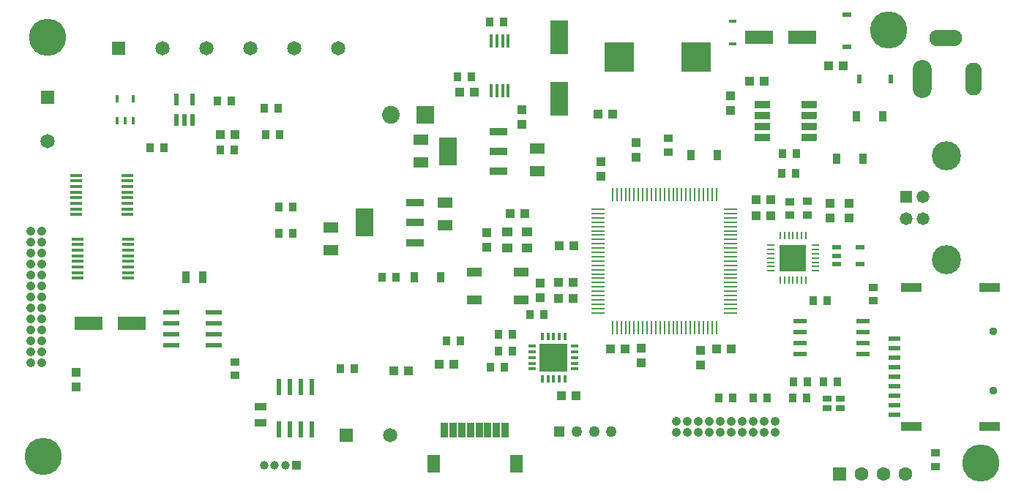
<source format=gbr>
%TF.GenerationSoftware,KiCad,Pcbnew,7.0.1*%
%TF.CreationDate,2023-04-04T11:19:36-07:00*%
%TF.ProjectId,Engine-Controller,456e6769-6e65-42d4-936f-6e74726f6c6c,1.0*%
%TF.SameCoordinates,Original*%
%TF.FileFunction,Soldermask,Top*%
%TF.FilePolarity,Negative*%
%FSLAX46Y46*%
G04 Gerber Fmt 4.6, Leading zero omitted, Abs format (unit mm)*
G04 Created by KiCad (PCBNEW 7.0.1) date 2023-04-04 11:19:36*
%MOMM*%
%LPD*%
G01*
G04 APERTURE LIST*
G04 Aperture macros list*
%AMRoundRect*
0 Rectangle with rounded corners*
0 $1 Rounding radius*
0 $2 $3 $4 $5 $6 $7 $8 $9 X,Y pos of 4 corners*
0 Add a 4 corners polygon primitive as box body*
4,1,4,$2,$3,$4,$5,$6,$7,$8,$9,$2,$3,0*
0 Add four circle primitives for the rounded corners*
1,1,$1+$1,$2,$3*
1,1,$1+$1,$4,$5*
1,1,$1+$1,$6,$7*
1,1,$1+$1,$8,$9*
0 Add four rect primitives between the rounded corners*
20,1,$1+$1,$2,$3,$4,$5,0*
20,1,$1+$1,$4,$5,$6,$7,0*
20,1,$1+$1,$6,$7,$8,$9,0*
20,1,$1+$1,$8,$9,$2,$3,0*%
G04 Aperture macros list end*
%ADD10C,0.010000*%
%ADD11R,0.558800X1.981200*%
%ADD12R,1.650000X1.650000*%
%ADD13C,1.650000*%
%ADD14R,0.940000X1.020000*%
%ADD15R,0.920000X1.380000*%
%ADD16R,1.100000X1.000000*%
%ADD17R,1.778000X1.270000*%
%ADD18R,1.000000X1.100000*%
%ADD19R,1.700000X0.990600*%
%ADD20O,2.200000X4.400000*%
%ADD21O,1.900000X3.800000*%
%ADD22O,3.800000X1.900000*%
%ADD23R,0.838200X0.457200*%
%ADD24R,1.041400X0.584200*%
%ADD25R,0.584200X1.041400*%
%ADD26R,0.410000X1.570000*%
%ADD27R,3.200000X1.600000*%
%ADD28R,2.000000X4.000000*%
%ADD29R,0.965200X1.295400*%
%ADD30R,1.020000X0.940000*%
%ADD31R,3.500000X3.500000*%
%ADD32R,2.150000X0.950000*%
%ADD33R,2.150000X3.250000*%
%ADD34R,1.560000X0.280000*%
%ADD35R,0.280000X1.560000*%
%ADD36C,4.300000*%
%ADD37R,1.478000X1.478000*%
%ADD38C,1.478000*%
%ADD39C,3.366000*%
%ADD40C,1.066800*%
%ADD41C,0.950000*%
%ADD42R,1.400000X0.620000*%
%ADD43R,2.400000X1.100000*%
%ADD44R,1.981200X0.558800*%
%ADD45R,0.406400X0.952500*%
%ADD46R,1.384300X0.355600*%
%ADD47R,1.524000X0.558800*%
%ADD48R,1.380000X0.920000*%
%ADD49R,0.979300X0.558800*%
%ADD50R,2.050000X2.050000*%
%ADD51C,2.050000*%
%ADD52R,1.000000X0.800000*%
%ADD53R,1.008000X1.008000*%
%ADD54C,1.008000*%
%ADD55R,1.300000X1.100000*%
%ADD56RoundRect,0.012800X-0.392200X-0.147200X0.392200X-0.147200X0.392200X0.147200X-0.392200X0.147200X0*%
%ADD57RoundRect,0.012800X0.147200X-0.392200X0.147200X0.392200X-0.147200X0.392200X-0.147200X-0.392200X0*%
%ADD58R,3.250000X3.250000*%
%ADD59C,0.500000*%
%ADD60R,1.258000X1.258000*%
%ADD61C,1.258000*%
%ADD62R,0.900000X0.254000*%
%ADD63R,0.254000X0.900000*%
%ADD64R,3.100000X3.100000*%
%ADD65R,1.605000X1.605000*%
%ADD66C,1.605000*%
%ADD67R,0.558800X1.320800*%
G04 APERTURE END LIST*
%TO.C,U2*%
D10*
X174703817Y-109637469D02*
X174706426Y-109637674D01*
X174709022Y-109638016D01*
X174711596Y-109638493D01*
X174714141Y-109639104D01*
X174716651Y-109639847D01*
X174719118Y-109640721D01*
X174721537Y-109641723D01*
X174723900Y-109642850D01*
X174726200Y-109644099D01*
X174728432Y-109645466D01*
X174730589Y-109646949D01*
X174732666Y-109648543D01*
X174734657Y-109650243D01*
X174736555Y-109652045D01*
X174738357Y-109653943D01*
X174740057Y-109655934D01*
X174741651Y-109658011D01*
X174743134Y-109660168D01*
X174744501Y-109662400D01*
X174745750Y-109664700D01*
X174746877Y-109667063D01*
X174747879Y-109669482D01*
X174748753Y-109671949D01*
X174749496Y-109674459D01*
X174750107Y-109677004D01*
X174750584Y-109679578D01*
X174750926Y-109682174D01*
X174751131Y-109684783D01*
X174751200Y-109687400D01*
X174751200Y-110327400D01*
X174751131Y-110330017D01*
X174750926Y-110332626D01*
X174750584Y-110335222D01*
X174750107Y-110337796D01*
X174749496Y-110340341D01*
X174748753Y-110342851D01*
X174747879Y-110345318D01*
X174746877Y-110347737D01*
X174745750Y-110350100D01*
X174744501Y-110352400D01*
X174743134Y-110354632D01*
X174741651Y-110356789D01*
X174740057Y-110358866D01*
X174738357Y-110360857D01*
X174736555Y-110362755D01*
X174734657Y-110364557D01*
X174732666Y-110366257D01*
X174730589Y-110367851D01*
X174728432Y-110369334D01*
X174726200Y-110370701D01*
X174723900Y-110371950D01*
X174721537Y-110373077D01*
X174719118Y-110374079D01*
X174716651Y-110374953D01*
X174714141Y-110375696D01*
X174711596Y-110376307D01*
X174709022Y-110376784D01*
X174706426Y-110377126D01*
X174703817Y-110377331D01*
X174701200Y-110377400D01*
X173111200Y-110377400D01*
X173108583Y-110377331D01*
X173105974Y-110377126D01*
X173103378Y-110376784D01*
X173100804Y-110376307D01*
X173098259Y-110375696D01*
X173095749Y-110374953D01*
X173093282Y-110374079D01*
X173090863Y-110373077D01*
X173088500Y-110371950D01*
X173086200Y-110370701D01*
X173083968Y-110369334D01*
X173081811Y-110367851D01*
X173079734Y-110366257D01*
X173077743Y-110364557D01*
X173075845Y-110362755D01*
X173074043Y-110360857D01*
X173072343Y-110358866D01*
X173070749Y-110356789D01*
X173069266Y-110354632D01*
X173067899Y-110352400D01*
X173066650Y-110350100D01*
X173065523Y-110347737D01*
X173064521Y-110345318D01*
X173063647Y-110342851D01*
X173062904Y-110340341D01*
X173062293Y-110337796D01*
X173061816Y-110335222D01*
X173061474Y-110332626D01*
X173061269Y-110330017D01*
X173061200Y-110327400D01*
X173061200Y-109687400D01*
X173061269Y-109684783D01*
X173061474Y-109682174D01*
X173061816Y-109679578D01*
X173062293Y-109677004D01*
X173062904Y-109674459D01*
X173063647Y-109671949D01*
X173064521Y-109669482D01*
X173065523Y-109667063D01*
X173066650Y-109664700D01*
X173067899Y-109662400D01*
X173069266Y-109660168D01*
X173070749Y-109658011D01*
X173072343Y-109655934D01*
X173074043Y-109653943D01*
X173075845Y-109652045D01*
X173077743Y-109650243D01*
X173079734Y-109648543D01*
X173081811Y-109646949D01*
X173083968Y-109645466D01*
X173086200Y-109644099D01*
X173088500Y-109642850D01*
X173090863Y-109641723D01*
X173093282Y-109640721D01*
X173095749Y-109639847D01*
X173098259Y-109639104D01*
X173100804Y-109638493D01*
X173103378Y-109638016D01*
X173105974Y-109637674D01*
X173108583Y-109637469D01*
X173111200Y-109637400D01*
X174701200Y-109637400D01*
X174703817Y-109637469D01*
G36*
X174703817Y-109637469D02*
G01*
X174706426Y-109637674D01*
X174709022Y-109638016D01*
X174711596Y-109638493D01*
X174714141Y-109639104D01*
X174716651Y-109639847D01*
X174719118Y-109640721D01*
X174721537Y-109641723D01*
X174723900Y-109642850D01*
X174726200Y-109644099D01*
X174728432Y-109645466D01*
X174730589Y-109646949D01*
X174732666Y-109648543D01*
X174734657Y-109650243D01*
X174736555Y-109652045D01*
X174738357Y-109653943D01*
X174740057Y-109655934D01*
X174741651Y-109658011D01*
X174743134Y-109660168D01*
X174744501Y-109662400D01*
X174745750Y-109664700D01*
X174746877Y-109667063D01*
X174747879Y-109669482D01*
X174748753Y-109671949D01*
X174749496Y-109674459D01*
X174750107Y-109677004D01*
X174750584Y-109679578D01*
X174750926Y-109682174D01*
X174751131Y-109684783D01*
X174751200Y-109687400D01*
X174751200Y-110327400D01*
X174751131Y-110330017D01*
X174750926Y-110332626D01*
X174750584Y-110335222D01*
X174750107Y-110337796D01*
X174749496Y-110340341D01*
X174748753Y-110342851D01*
X174747879Y-110345318D01*
X174746877Y-110347737D01*
X174745750Y-110350100D01*
X174744501Y-110352400D01*
X174743134Y-110354632D01*
X174741651Y-110356789D01*
X174740057Y-110358866D01*
X174738357Y-110360857D01*
X174736555Y-110362755D01*
X174734657Y-110364557D01*
X174732666Y-110366257D01*
X174730589Y-110367851D01*
X174728432Y-110369334D01*
X174726200Y-110370701D01*
X174723900Y-110371950D01*
X174721537Y-110373077D01*
X174719118Y-110374079D01*
X174716651Y-110374953D01*
X174714141Y-110375696D01*
X174711596Y-110376307D01*
X174709022Y-110376784D01*
X174706426Y-110377126D01*
X174703817Y-110377331D01*
X174701200Y-110377400D01*
X173111200Y-110377400D01*
X173108583Y-110377331D01*
X173105974Y-110377126D01*
X173103378Y-110376784D01*
X173100804Y-110376307D01*
X173098259Y-110375696D01*
X173095749Y-110374953D01*
X173093282Y-110374079D01*
X173090863Y-110373077D01*
X173088500Y-110371950D01*
X173086200Y-110370701D01*
X173083968Y-110369334D01*
X173081811Y-110367851D01*
X173079734Y-110366257D01*
X173077743Y-110364557D01*
X173075845Y-110362755D01*
X173074043Y-110360857D01*
X173072343Y-110358866D01*
X173070749Y-110356789D01*
X173069266Y-110354632D01*
X173067899Y-110352400D01*
X173066650Y-110350100D01*
X173065523Y-110347737D01*
X173064521Y-110345318D01*
X173063647Y-110342851D01*
X173062904Y-110340341D01*
X173062293Y-110337796D01*
X173061816Y-110335222D01*
X173061474Y-110332626D01*
X173061269Y-110330017D01*
X173061200Y-110327400D01*
X173061200Y-109687400D01*
X173061269Y-109684783D01*
X173061474Y-109682174D01*
X173061816Y-109679578D01*
X173062293Y-109677004D01*
X173062904Y-109674459D01*
X173063647Y-109671949D01*
X173064521Y-109669482D01*
X173065523Y-109667063D01*
X173066650Y-109664700D01*
X173067899Y-109662400D01*
X173069266Y-109660168D01*
X173070749Y-109658011D01*
X173072343Y-109655934D01*
X173074043Y-109653943D01*
X173075845Y-109652045D01*
X173077743Y-109650243D01*
X173079734Y-109648543D01*
X173081811Y-109646949D01*
X173083968Y-109645466D01*
X173086200Y-109644099D01*
X173088500Y-109642850D01*
X173090863Y-109641723D01*
X173093282Y-109640721D01*
X173095749Y-109639847D01*
X173098259Y-109639104D01*
X173100804Y-109638493D01*
X173103378Y-109638016D01*
X173105974Y-109637674D01*
X173108583Y-109637469D01*
X173111200Y-109637400D01*
X174701200Y-109637400D01*
X174703817Y-109637469D01*
G37*
X174703817Y-110907469D02*
X174706426Y-110907674D01*
X174709022Y-110908016D01*
X174711596Y-110908493D01*
X174714141Y-110909104D01*
X174716651Y-110909847D01*
X174719118Y-110910721D01*
X174721537Y-110911723D01*
X174723900Y-110912850D01*
X174726200Y-110914099D01*
X174728432Y-110915466D01*
X174730589Y-110916949D01*
X174732666Y-110918543D01*
X174734657Y-110920243D01*
X174736555Y-110922045D01*
X174738357Y-110923943D01*
X174740057Y-110925934D01*
X174741651Y-110928011D01*
X174743134Y-110930168D01*
X174744501Y-110932400D01*
X174745750Y-110934700D01*
X174746877Y-110937063D01*
X174747879Y-110939482D01*
X174748753Y-110941949D01*
X174749496Y-110944459D01*
X174750107Y-110947004D01*
X174750584Y-110949578D01*
X174750926Y-110952174D01*
X174751131Y-110954783D01*
X174751200Y-110957400D01*
X174751200Y-111597400D01*
X174751131Y-111600017D01*
X174750926Y-111602626D01*
X174750584Y-111605222D01*
X174750107Y-111607796D01*
X174749496Y-111610341D01*
X174748753Y-111612851D01*
X174747879Y-111615318D01*
X174746877Y-111617737D01*
X174745750Y-111620100D01*
X174744501Y-111622400D01*
X174743134Y-111624632D01*
X174741651Y-111626789D01*
X174740057Y-111628866D01*
X174738357Y-111630857D01*
X174736555Y-111632755D01*
X174734657Y-111634557D01*
X174732666Y-111636257D01*
X174730589Y-111637851D01*
X174728432Y-111639334D01*
X174726200Y-111640701D01*
X174723900Y-111641950D01*
X174721537Y-111643077D01*
X174719118Y-111644079D01*
X174716651Y-111644953D01*
X174714141Y-111645696D01*
X174711596Y-111646307D01*
X174709022Y-111646784D01*
X174706426Y-111647126D01*
X174703817Y-111647331D01*
X174701200Y-111647400D01*
X173111200Y-111647400D01*
X173108583Y-111647331D01*
X173105974Y-111647126D01*
X173103378Y-111646784D01*
X173100804Y-111646307D01*
X173098259Y-111645696D01*
X173095749Y-111644953D01*
X173093282Y-111644079D01*
X173090863Y-111643077D01*
X173088500Y-111641950D01*
X173086200Y-111640701D01*
X173083968Y-111639334D01*
X173081811Y-111637851D01*
X173079734Y-111636257D01*
X173077743Y-111634557D01*
X173075845Y-111632755D01*
X173074043Y-111630857D01*
X173072343Y-111628866D01*
X173070749Y-111626789D01*
X173069266Y-111624632D01*
X173067899Y-111622400D01*
X173066650Y-111620100D01*
X173065523Y-111617737D01*
X173064521Y-111615318D01*
X173063647Y-111612851D01*
X173062904Y-111610341D01*
X173062293Y-111607796D01*
X173061816Y-111605222D01*
X173061474Y-111602626D01*
X173061269Y-111600017D01*
X173061200Y-111597400D01*
X173061200Y-110957400D01*
X173061269Y-110954783D01*
X173061474Y-110952174D01*
X173061816Y-110949578D01*
X173062293Y-110947004D01*
X173062904Y-110944459D01*
X173063647Y-110941949D01*
X173064521Y-110939482D01*
X173065523Y-110937063D01*
X173066650Y-110934700D01*
X173067899Y-110932400D01*
X173069266Y-110930168D01*
X173070749Y-110928011D01*
X173072343Y-110925934D01*
X173074043Y-110923943D01*
X173075845Y-110922045D01*
X173077743Y-110920243D01*
X173079734Y-110918543D01*
X173081811Y-110916949D01*
X173083968Y-110915466D01*
X173086200Y-110914099D01*
X173088500Y-110912850D01*
X173090863Y-110911723D01*
X173093282Y-110910721D01*
X173095749Y-110909847D01*
X173098259Y-110909104D01*
X173100804Y-110908493D01*
X173103378Y-110908016D01*
X173105974Y-110907674D01*
X173108583Y-110907469D01*
X173111200Y-110907400D01*
X174701200Y-110907400D01*
X174703817Y-110907469D01*
G36*
X174703817Y-110907469D02*
G01*
X174706426Y-110907674D01*
X174709022Y-110908016D01*
X174711596Y-110908493D01*
X174714141Y-110909104D01*
X174716651Y-110909847D01*
X174719118Y-110910721D01*
X174721537Y-110911723D01*
X174723900Y-110912850D01*
X174726200Y-110914099D01*
X174728432Y-110915466D01*
X174730589Y-110916949D01*
X174732666Y-110918543D01*
X174734657Y-110920243D01*
X174736555Y-110922045D01*
X174738357Y-110923943D01*
X174740057Y-110925934D01*
X174741651Y-110928011D01*
X174743134Y-110930168D01*
X174744501Y-110932400D01*
X174745750Y-110934700D01*
X174746877Y-110937063D01*
X174747879Y-110939482D01*
X174748753Y-110941949D01*
X174749496Y-110944459D01*
X174750107Y-110947004D01*
X174750584Y-110949578D01*
X174750926Y-110952174D01*
X174751131Y-110954783D01*
X174751200Y-110957400D01*
X174751200Y-111597400D01*
X174751131Y-111600017D01*
X174750926Y-111602626D01*
X174750584Y-111605222D01*
X174750107Y-111607796D01*
X174749496Y-111610341D01*
X174748753Y-111612851D01*
X174747879Y-111615318D01*
X174746877Y-111617737D01*
X174745750Y-111620100D01*
X174744501Y-111622400D01*
X174743134Y-111624632D01*
X174741651Y-111626789D01*
X174740057Y-111628866D01*
X174738357Y-111630857D01*
X174736555Y-111632755D01*
X174734657Y-111634557D01*
X174732666Y-111636257D01*
X174730589Y-111637851D01*
X174728432Y-111639334D01*
X174726200Y-111640701D01*
X174723900Y-111641950D01*
X174721537Y-111643077D01*
X174719118Y-111644079D01*
X174716651Y-111644953D01*
X174714141Y-111645696D01*
X174711596Y-111646307D01*
X174709022Y-111646784D01*
X174706426Y-111647126D01*
X174703817Y-111647331D01*
X174701200Y-111647400D01*
X173111200Y-111647400D01*
X173108583Y-111647331D01*
X173105974Y-111647126D01*
X173103378Y-111646784D01*
X173100804Y-111646307D01*
X173098259Y-111645696D01*
X173095749Y-111644953D01*
X173093282Y-111644079D01*
X173090863Y-111643077D01*
X173088500Y-111641950D01*
X173086200Y-111640701D01*
X173083968Y-111639334D01*
X173081811Y-111637851D01*
X173079734Y-111636257D01*
X173077743Y-111634557D01*
X173075845Y-111632755D01*
X173074043Y-111630857D01*
X173072343Y-111628866D01*
X173070749Y-111626789D01*
X173069266Y-111624632D01*
X173067899Y-111622400D01*
X173066650Y-111620100D01*
X173065523Y-111617737D01*
X173064521Y-111615318D01*
X173063647Y-111612851D01*
X173062904Y-111610341D01*
X173062293Y-111607796D01*
X173061816Y-111605222D01*
X173061474Y-111602626D01*
X173061269Y-111600017D01*
X173061200Y-111597400D01*
X173061200Y-110957400D01*
X173061269Y-110954783D01*
X173061474Y-110952174D01*
X173061816Y-110949578D01*
X173062293Y-110947004D01*
X173062904Y-110944459D01*
X173063647Y-110941949D01*
X173064521Y-110939482D01*
X173065523Y-110937063D01*
X173066650Y-110934700D01*
X173067899Y-110932400D01*
X173069266Y-110930168D01*
X173070749Y-110928011D01*
X173072343Y-110925934D01*
X173074043Y-110923943D01*
X173075845Y-110922045D01*
X173077743Y-110920243D01*
X173079734Y-110918543D01*
X173081811Y-110916949D01*
X173083968Y-110915466D01*
X173086200Y-110914099D01*
X173088500Y-110912850D01*
X173090863Y-110911723D01*
X173093282Y-110910721D01*
X173095749Y-110909847D01*
X173098259Y-110909104D01*
X173100804Y-110908493D01*
X173103378Y-110908016D01*
X173105974Y-110907674D01*
X173108583Y-110907469D01*
X173111200Y-110907400D01*
X174701200Y-110907400D01*
X174703817Y-110907469D01*
G37*
X180103817Y-110907469D02*
X180106426Y-110907674D01*
X180109022Y-110908016D01*
X180111596Y-110908493D01*
X180114141Y-110909104D01*
X180116651Y-110909847D01*
X180119118Y-110910721D01*
X180121537Y-110911723D01*
X180123900Y-110912850D01*
X180126200Y-110914099D01*
X180128432Y-110915466D01*
X180130589Y-110916949D01*
X180132666Y-110918543D01*
X180134657Y-110920243D01*
X180136555Y-110922045D01*
X180138357Y-110923943D01*
X180140057Y-110925934D01*
X180141651Y-110928011D01*
X180143134Y-110930168D01*
X180144501Y-110932400D01*
X180145750Y-110934700D01*
X180146877Y-110937063D01*
X180147879Y-110939482D01*
X180148753Y-110941949D01*
X180149496Y-110944459D01*
X180150107Y-110947004D01*
X180150584Y-110949578D01*
X180150926Y-110952174D01*
X180151131Y-110954783D01*
X180151200Y-110957400D01*
X180151200Y-111597400D01*
X180151131Y-111600017D01*
X180150926Y-111602626D01*
X180150584Y-111605222D01*
X180150107Y-111607796D01*
X180149496Y-111610341D01*
X180148753Y-111612851D01*
X180147879Y-111615318D01*
X180146877Y-111617737D01*
X180145750Y-111620100D01*
X180144501Y-111622400D01*
X180143134Y-111624632D01*
X180141651Y-111626789D01*
X180140057Y-111628866D01*
X180138357Y-111630857D01*
X180136555Y-111632755D01*
X180134657Y-111634557D01*
X180132666Y-111636257D01*
X180130589Y-111637851D01*
X180128432Y-111639334D01*
X180126200Y-111640701D01*
X180123900Y-111641950D01*
X180121537Y-111643077D01*
X180119118Y-111644079D01*
X180116651Y-111644953D01*
X180114141Y-111645696D01*
X180111596Y-111646307D01*
X180109022Y-111646784D01*
X180106426Y-111647126D01*
X180103817Y-111647331D01*
X180101200Y-111647400D01*
X178511200Y-111647400D01*
X178508583Y-111647331D01*
X178505974Y-111647126D01*
X178503378Y-111646784D01*
X178500804Y-111646307D01*
X178498259Y-111645696D01*
X178495749Y-111644953D01*
X178493282Y-111644079D01*
X178490863Y-111643077D01*
X178488500Y-111641950D01*
X178486200Y-111640701D01*
X178483968Y-111639334D01*
X178481811Y-111637851D01*
X178479734Y-111636257D01*
X178477743Y-111634557D01*
X178475845Y-111632755D01*
X178474043Y-111630857D01*
X178472343Y-111628866D01*
X178470749Y-111626789D01*
X178469266Y-111624632D01*
X178467899Y-111622400D01*
X178466650Y-111620100D01*
X178465523Y-111617737D01*
X178464521Y-111615318D01*
X178463647Y-111612851D01*
X178462904Y-111610341D01*
X178462293Y-111607796D01*
X178461816Y-111605222D01*
X178461474Y-111602626D01*
X178461269Y-111600017D01*
X178461200Y-111597400D01*
X178461200Y-110957400D01*
X178461269Y-110954783D01*
X178461474Y-110952174D01*
X178461816Y-110949578D01*
X178462293Y-110947004D01*
X178462904Y-110944459D01*
X178463647Y-110941949D01*
X178464521Y-110939482D01*
X178465523Y-110937063D01*
X178466650Y-110934700D01*
X178467899Y-110932400D01*
X178469266Y-110930168D01*
X178470749Y-110928011D01*
X178472343Y-110925934D01*
X178474043Y-110923943D01*
X178475845Y-110922045D01*
X178477743Y-110920243D01*
X178479734Y-110918543D01*
X178481811Y-110916949D01*
X178483968Y-110915466D01*
X178486200Y-110914099D01*
X178488500Y-110912850D01*
X178490863Y-110911723D01*
X178493282Y-110910721D01*
X178495749Y-110909847D01*
X178498259Y-110909104D01*
X178500804Y-110908493D01*
X178503378Y-110908016D01*
X178505974Y-110907674D01*
X178508583Y-110907469D01*
X178511200Y-110907400D01*
X180101200Y-110907400D01*
X180103817Y-110907469D01*
G36*
X180103817Y-110907469D02*
G01*
X180106426Y-110907674D01*
X180109022Y-110908016D01*
X180111596Y-110908493D01*
X180114141Y-110909104D01*
X180116651Y-110909847D01*
X180119118Y-110910721D01*
X180121537Y-110911723D01*
X180123900Y-110912850D01*
X180126200Y-110914099D01*
X180128432Y-110915466D01*
X180130589Y-110916949D01*
X180132666Y-110918543D01*
X180134657Y-110920243D01*
X180136555Y-110922045D01*
X180138357Y-110923943D01*
X180140057Y-110925934D01*
X180141651Y-110928011D01*
X180143134Y-110930168D01*
X180144501Y-110932400D01*
X180145750Y-110934700D01*
X180146877Y-110937063D01*
X180147879Y-110939482D01*
X180148753Y-110941949D01*
X180149496Y-110944459D01*
X180150107Y-110947004D01*
X180150584Y-110949578D01*
X180150926Y-110952174D01*
X180151131Y-110954783D01*
X180151200Y-110957400D01*
X180151200Y-111597400D01*
X180151131Y-111600017D01*
X180150926Y-111602626D01*
X180150584Y-111605222D01*
X180150107Y-111607796D01*
X180149496Y-111610341D01*
X180148753Y-111612851D01*
X180147879Y-111615318D01*
X180146877Y-111617737D01*
X180145750Y-111620100D01*
X180144501Y-111622400D01*
X180143134Y-111624632D01*
X180141651Y-111626789D01*
X180140057Y-111628866D01*
X180138357Y-111630857D01*
X180136555Y-111632755D01*
X180134657Y-111634557D01*
X180132666Y-111636257D01*
X180130589Y-111637851D01*
X180128432Y-111639334D01*
X180126200Y-111640701D01*
X180123900Y-111641950D01*
X180121537Y-111643077D01*
X180119118Y-111644079D01*
X180116651Y-111644953D01*
X180114141Y-111645696D01*
X180111596Y-111646307D01*
X180109022Y-111646784D01*
X180106426Y-111647126D01*
X180103817Y-111647331D01*
X180101200Y-111647400D01*
X178511200Y-111647400D01*
X178508583Y-111647331D01*
X178505974Y-111647126D01*
X178503378Y-111646784D01*
X178500804Y-111646307D01*
X178498259Y-111645696D01*
X178495749Y-111644953D01*
X178493282Y-111644079D01*
X178490863Y-111643077D01*
X178488500Y-111641950D01*
X178486200Y-111640701D01*
X178483968Y-111639334D01*
X178481811Y-111637851D01*
X178479734Y-111636257D01*
X178477743Y-111634557D01*
X178475845Y-111632755D01*
X178474043Y-111630857D01*
X178472343Y-111628866D01*
X178470749Y-111626789D01*
X178469266Y-111624632D01*
X178467899Y-111622400D01*
X178466650Y-111620100D01*
X178465523Y-111617737D01*
X178464521Y-111615318D01*
X178463647Y-111612851D01*
X178462904Y-111610341D01*
X178462293Y-111607796D01*
X178461816Y-111605222D01*
X178461474Y-111602626D01*
X178461269Y-111600017D01*
X178461200Y-111597400D01*
X178461200Y-110957400D01*
X178461269Y-110954783D01*
X178461474Y-110952174D01*
X178461816Y-110949578D01*
X178462293Y-110947004D01*
X178462904Y-110944459D01*
X178463647Y-110941949D01*
X178464521Y-110939482D01*
X178465523Y-110937063D01*
X178466650Y-110934700D01*
X178467899Y-110932400D01*
X178469266Y-110930168D01*
X178470749Y-110928011D01*
X178472343Y-110925934D01*
X178474043Y-110923943D01*
X178475845Y-110922045D01*
X178477743Y-110920243D01*
X178479734Y-110918543D01*
X178481811Y-110916949D01*
X178483968Y-110915466D01*
X178486200Y-110914099D01*
X178488500Y-110912850D01*
X178490863Y-110911723D01*
X178493282Y-110910721D01*
X178495749Y-110909847D01*
X178498259Y-110909104D01*
X178500804Y-110908493D01*
X178503378Y-110908016D01*
X178505974Y-110907674D01*
X178508583Y-110907469D01*
X178511200Y-110907400D01*
X180101200Y-110907400D01*
X180103817Y-110907469D01*
G37*
X180103817Y-107097469D02*
X180106426Y-107097674D01*
X180109022Y-107098016D01*
X180111596Y-107098493D01*
X180114141Y-107099104D01*
X180116651Y-107099847D01*
X180119118Y-107100721D01*
X180121537Y-107101723D01*
X180123900Y-107102850D01*
X180126200Y-107104099D01*
X180128432Y-107105466D01*
X180130589Y-107106949D01*
X180132666Y-107108543D01*
X180134657Y-107110243D01*
X180136555Y-107112045D01*
X180138357Y-107113943D01*
X180140057Y-107115934D01*
X180141651Y-107118011D01*
X180143134Y-107120168D01*
X180144501Y-107122400D01*
X180145750Y-107124700D01*
X180146877Y-107127063D01*
X180147879Y-107129482D01*
X180148753Y-107131949D01*
X180149496Y-107134459D01*
X180150107Y-107137004D01*
X180150584Y-107139578D01*
X180150926Y-107142174D01*
X180151131Y-107144783D01*
X180151200Y-107147400D01*
X180151200Y-107787400D01*
X180151131Y-107790017D01*
X180150926Y-107792626D01*
X180150584Y-107795222D01*
X180150107Y-107797796D01*
X180149496Y-107800341D01*
X180148753Y-107802851D01*
X180147879Y-107805318D01*
X180146877Y-107807737D01*
X180145750Y-107810100D01*
X180144501Y-107812400D01*
X180143134Y-107814632D01*
X180141651Y-107816789D01*
X180140057Y-107818866D01*
X180138357Y-107820857D01*
X180136555Y-107822755D01*
X180134657Y-107824557D01*
X180132666Y-107826257D01*
X180130589Y-107827851D01*
X180128432Y-107829334D01*
X180126200Y-107830701D01*
X180123900Y-107831950D01*
X180121537Y-107833077D01*
X180119118Y-107834079D01*
X180116651Y-107834953D01*
X180114141Y-107835696D01*
X180111596Y-107836307D01*
X180109022Y-107836784D01*
X180106426Y-107837126D01*
X180103817Y-107837331D01*
X180101200Y-107837400D01*
X178511200Y-107837400D01*
X178508583Y-107837331D01*
X178505974Y-107837126D01*
X178503378Y-107836784D01*
X178500804Y-107836307D01*
X178498259Y-107835696D01*
X178495749Y-107834953D01*
X178493282Y-107834079D01*
X178490863Y-107833077D01*
X178488500Y-107831950D01*
X178486200Y-107830701D01*
X178483968Y-107829334D01*
X178481811Y-107827851D01*
X178479734Y-107826257D01*
X178477743Y-107824557D01*
X178475845Y-107822755D01*
X178474043Y-107820857D01*
X178472343Y-107818866D01*
X178470749Y-107816789D01*
X178469266Y-107814632D01*
X178467899Y-107812400D01*
X178466650Y-107810100D01*
X178465523Y-107807737D01*
X178464521Y-107805318D01*
X178463647Y-107802851D01*
X178462904Y-107800341D01*
X178462293Y-107797796D01*
X178461816Y-107795222D01*
X178461474Y-107792626D01*
X178461269Y-107790017D01*
X178461200Y-107787400D01*
X178461200Y-107147400D01*
X178461269Y-107144783D01*
X178461474Y-107142174D01*
X178461816Y-107139578D01*
X178462293Y-107137004D01*
X178462904Y-107134459D01*
X178463647Y-107131949D01*
X178464521Y-107129482D01*
X178465523Y-107127063D01*
X178466650Y-107124700D01*
X178467899Y-107122400D01*
X178469266Y-107120168D01*
X178470749Y-107118011D01*
X178472343Y-107115934D01*
X178474043Y-107113943D01*
X178475845Y-107112045D01*
X178477743Y-107110243D01*
X178479734Y-107108543D01*
X178481811Y-107106949D01*
X178483968Y-107105466D01*
X178486200Y-107104099D01*
X178488500Y-107102850D01*
X178490863Y-107101723D01*
X178493282Y-107100721D01*
X178495749Y-107099847D01*
X178498259Y-107099104D01*
X178500804Y-107098493D01*
X178503378Y-107098016D01*
X178505974Y-107097674D01*
X178508583Y-107097469D01*
X178511200Y-107097400D01*
X180101200Y-107097400D01*
X180103817Y-107097469D01*
G36*
X180103817Y-107097469D02*
G01*
X180106426Y-107097674D01*
X180109022Y-107098016D01*
X180111596Y-107098493D01*
X180114141Y-107099104D01*
X180116651Y-107099847D01*
X180119118Y-107100721D01*
X180121537Y-107101723D01*
X180123900Y-107102850D01*
X180126200Y-107104099D01*
X180128432Y-107105466D01*
X180130589Y-107106949D01*
X180132666Y-107108543D01*
X180134657Y-107110243D01*
X180136555Y-107112045D01*
X180138357Y-107113943D01*
X180140057Y-107115934D01*
X180141651Y-107118011D01*
X180143134Y-107120168D01*
X180144501Y-107122400D01*
X180145750Y-107124700D01*
X180146877Y-107127063D01*
X180147879Y-107129482D01*
X180148753Y-107131949D01*
X180149496Y-107134459D01*
X180150107Y-107137004D01*
X180150584Y-107139578D01*
X180150926Y-107142174D01*
X180151131Y-107144783D01*
X180151200Y-107147400D01*
X180151200Y-107787400D01*
X180151131Y-107790017D01*
X180150926Y-107792626D01*
X180150584Y-107795222D01*
X180150107Y-107797796D01*
X180149496Y-107800341D01*
X180148753Y-107802851D01*
X180147879Y-107805318D01*
X180146877Y-107807737D01*
X180145750Y-107810100D01*
X180144501Y-107812400D01*
X180143134Y-107814632D01*
X180141651Y-107816789D01*
X180140057Y-107818866D01*
X180138357Y-107820857D01*
X180136555Y-107822755D01*
X180134657Y-107824557D01*
X180132666Y-107826257D01*
X180130589Y-107827851D01*
X180128432Y-107829334D01*
X180126200Y-107830701D01*
X180123900Y-107831950D01*
X180121537Y-107833077D01*
X180119118Y-107834079D01*
X180116651Y-107834953D01*
X180114141Y-107835696D01*
X180111596Y-107836307D01*
X180109022Y-107836784D01*
X180106426Y-107837126D01*
X180103817Y-107837331D01*
X180101200Y-107837400D01*
X178511200Y-107837400D01*
X178508583Y-107837331D01*
X178505974Y-107837126D01*
X178503378Y-107836784D01*
X178500804Y-107836307D01*
X178498259Y-107835696D01*
X178495749Y-107834953D01*
X178493282Y-107834079D01*
X178490863Y-107833077D01*
X178488500Y-107831950D01*
X178486200Y-107830701D01*
X178483968Y-107829334D01*
X178481811Y-107827851D01*
X178479734Y-107826257D01*
X178477743Y-107824557D01*
X178475845Y-107822755D01*
X178474043Y-107820857D01*
X178472343Y-107818866D01*
X178470749Y-107816789D01*
X178469266Y-107814632D01*
X178467899Y-107812400D01*
X178466650Y-107810100D01*
X178465523Y-107807737D01*
X178464521Y-107805318D01*
X178463647Y-107802851D01*
X178462904Y-107800341D01*
X178462293Y-107797796D01*
X178461816Y-107795222D01*
X178461474Y-107792626D01*
X178461269Y-107790017D01*
X178461200Y-107787400D01*
X178461200Y-107147400D01*
X178461269Y-107144783D01*
X178461474Y-107142174D01*
X178461816Y-107139578D01*
X178462293Y-107137004D01*
X178462904Y-107134459D01*
X178463647Y-107131949D01*
X178464521Y-107129482D01*
X178465523Y-107127063D01*
X178466650Y-107124700D01*
X178467899Y-107122400D01*
X178469266Y-107120168D01*
X178470749Y-107118011D01*
X178472343Y-107115934D01*
X178474043Y-107113943D01*
X178475845Y-107112045D01*
X178477743Y-107110243D01*
X178479734Y-107108543D01*
X178481811Y-107106949D01*
X178483968Y-107105466D01*
X178486200Y-107104099D01*
X178488500Y-107102850D01*
X178490863Y-107101723D01*
X178493282Y-107100721D01*
X178495749Y-107099847D01*
X178498259Y-107099104D01*
X178500804Y-107098493D01*
X178503378Y-107098016D01*
X178505974Y-107097674D01*
X178508583Y-107097469D01*
X178511200Y-107097400D01*
X180101200Y-107097400D01*
X180103817Y-107097469D01*
G37*
X174703817Y-107097469D02*
X174706426Y-107097674D01*
X174709022Y-107098016D01*
X174711596Y-107098493D01*
X174714141Y-107099104D01*
X174716651Y-107099847D01*
X174719118Y-107100721D01*
X174721537Y-107101723D01*
X174723900Y-107102850D01*
X174726200Y-107104099D01*
X174728432Y-107105466D01*
X174730589Y-107106949D01*
X174732666Y-107108543D01*
X174734657Y-107110243D01*
X174736555Y-107112045D01*
X174738357Y-107113943D01*
X174740057Y-107115934D01*
X174741651Y-107118011D01*
X174743134Y-107120168D01*
X174744501Y-107122400D01*
X174745750Y-107124700D01*
X174746877Y-107127063D01*
X174747879Y-107129482D01*
X174748753Y-107131949D01*
X174749496Y-107134459D01*
X174750107Y-107137004D01*
X174750584Y-107139578D01*
X174750926Y-107142174D01*
X174751131Y-107144783D01*
X174751200Y-107147400D01*
X174751200Y-107787400D01*
X174751131Y-107790017D01*
X174750926Y-107792626D01*
X174750584Y-107795222D01*
X174750107Y-107797796D01*
X174749496Y-107800341D01*
X174748753Y-107802851D01*
X174747879Y-107805318D01*
X174746877Y-107807737D01*
X174745750Y-107810100D01*
X174744501Y-107812400D01*
X174743134Y-107814632D01*
X174741651Y-107816789D01*
X174740057Y-107818866D01*
X174738357Y-107820857D01*
X174736555Y-107822755D01*
X174734657Y-107824557D01*
X174732666Y-107826257D01*
X174730589Y-107827851D01*
X174728432Y-107829334D01*
X174726200Y-107830701D01*
X174723900Y-107831950D01*
X174721537Y-107833077D01*
X174719118Y-107834079D01*
X174716651Y-107834953D01*
X174714141Y-107835696D01*
X174711596Y-107836307D01*
X174709022Y-107836784D01*
X174706426Y-107837126D01*
X174703817Y-107837331D01*
X174701200Y-107837400D01*
X173111200Y-107837400D01*
X173108583Y-107837331D01*
X173105974Y-107837126D01*
X173103378Y-107836784D01*
X173100804Y-107836307D01*
X173098259Y-107835696D01*
X173095749Y-107834953D01*
X173093282Y-107834079D01*
X173090863Y-107833077D01*
X173088500Y-107831950D01*
X173086200Y-107830701D01*
X173083968Y-107829334D01*
X173081811Y-107827851D01*
X173079734Y-107826257D01*
X173077743Y-107824557D01*
X173075845Y-107822755D01*
X173074043Y-107820857D01*
X173072343Y-107818866D01*
X173070749Y-107816789D01*
X173069266Y-107814632D01*
X173067899Y-107812400D01*
X173066650Y-107810100D01*
X173065523Y-107807737D01*
X173064521Y-107805318D01*
X173063647Y-107802851D01*
X173062904Y-107800341D01*
X173062293Y-107797796D01*
X173061816Y-107795222D01*
X173061474Y-107792626D01*
X173061269Y-107790017D01*
X173061200Y-107787400D01*
X173061200Y-107147400D01*
X173061269Y-107144783D01*
X173061474Y-107142174D01*
X173061816Y-107139578D01*
X173062293Y-107137004D01*
X173062904Y-107134459D01*
X173063647Y-107131949D01*
X173064521Y-107129482D01*
X173065523Y-107127063D01*
X173066650Y-107124700D01*
X173067899Y-107122400D01*
X173069266Y-107120168D01*
X173070749Y-107118011D01*
X173072343Y-107115934D01*
X173074043Y-107113943D01*
X173075845Y-107112045D01*
X173077743Y-107110243D01*
X173079734Y-107108543D01*
X173081811Y-107106949D01*
X173083968Y-107105466D01*
X173086200Y-107104099D01*
X173088500Y-107102850D01*
X173090863Y-107101723D01*
X173093282Y-107100721D01*
X173095749Y-107099847D01*
X173098259Y-107099104D01*
X173100804Y-107098493D01*
X173103378Y-107098016D01*
X173105974Y-107097674D01*
X173108583Y-107097469D01*
X173111200Y-107097400D01*
X174701200Y-107097400D01*
X174703817Y-107097469D01*
G36*
X174703817Y-107097469D02*
G01*
X174706426Y-107097674D01*
X174709022Y-107098016D01*
X174711596Y-107098493D01*
X174714141Y-107099104D01*
X174716651Y-107099847D01*
X174719118Y-107100721D01*
X174721537Y-107101723D01*
X174723900Y-107102850D01*
X174726200Y-107104099D01*
X174728432Y-107105466D01*
X174730589Y-107106949D01*
X174732666Y-107108543D01*
X174734657Y-107110243D01*
X174736555Y-107112045D01*
X174738357Y-107113943D01*
X174740057Y-107115934D01*
X174741651Y-107118011D01*
X174743134Y-107120168D01*
X174744501Y-107122400D01*
X174745750Y-107124700D01*
X174746877Y-107127063D01*
X174747879Y-107129482D01*
X174748753Y-107131949D01*
X174749496Y-107134459D01*
X174750107Y-107137004D01*
X174750584Y-107139578D01*
X174750926Y-107142174D01*
X174751131Y-107144783D01*
X174751200Y-107147400D01*
X174751200Y-107787400D01*
X174751131Y-107790017D01*
X174750926Y-107792626D01*
X174750584Y-107795222D01*
X174750107Y-107797796D01*
X174749496Y-107800341D01*
X174748753Y-107802851D01*
X174747879Y-107805318D01*
X174746877Y-107807737D01*
X174745750Y-107810100D01*
X174744501Y-107812400D01*
X174743134Y-107814632D01*
X174741651Y-107816789D01*
X174740057Y-107818866D01*
X174738357Y-107820857D01*
X174736555Y-107822755D01*
X174734657Y-107824557D01*
X174732666Y-107826257D01*
X174730589Y-107827851D01*
X174728432Y-107829334D01*
X174726200Y-107830701D01*
X174723900Y-107831950D01*
X174721537Y-107833077D01*
X174719118Y-107834079D01*
X174716651Y-107834953D01*
X174714141Y-107835696D01*
X174711596Y-107836307D01*
X174709022Y-107836784D01*
X174706426Y-107837126D01*
X174703817Y-107837331D01*
X174701200Y-107837400D01*
X173111200Y-107837400D01*
X173108583Y-107837331D01*
X173105974Y-107837126D01*
X173103378Y-107836784D01*
X173100804Y-107836307D01*
X173098259Y-107835696D01*
X173095749Y-107834953D01*
X173093282Y-107834079D01*
X173090863Y-107833077D01*
X173088500Y-107831950D01*
X173086200Y-107830701D01*
X173083968Y-107829334D01*
X173081811Y-107827851D01*
X173079734Y-107826257D01*
X173077743Y-107824557D01*
X173075845Y-107822755D01*
X173074043Y-107820857D01*
X173072343Y-107818866D01*
X173070749Y-107816789D01*
X173069266Y-107814632D01*
X173067899Y-107812400D01*
X173066650Y-107810100D01*
X173065523Y-107807737D01*
X173064521Y-107805318D01*
X173063647Y-107802851D01*
X173062904Y-107800341D01*
X173062293Y-107797796D01*
X173061816Y-107795222D01*
X173061474Y-107792626D01*
X173061269Y-107790017D01*
X173061200Y-107787400D01*
X173061200Y-107147400D01*
X173061269Y-107144783D01*
X173061474Y-107142174D01*
X173061816Y-107139578D01*
X173062293Y-107137004D01*
X173062904Y-107134459D01*
X173063647Y-107131949D01*
X173064521Y-107129482D01*
X173065523Y-107127063D01*
X173066650Y-107124700D01*
X173067899Y-107122400D01*
X173069266Y-107120168D01*
X173070749Y-107118011D01*
X173072343Y-107115934D01*
X173074043Y-107113943D01*
X173075845Y-107112045D01*
X173077743Y-107110243D01*
X173079734Y-107108543D01*
X173081811Y-107106949D01*
X173083968Y-107105466D01*
X173086200Y-107104099D01*
X173088500Y-107102850D01*
X173090863Y-107101723D01*
X173093282Y-107100721D01*
X173095749Y-107099847D01*
X173098259Y-107099104D01*
X173100804Y-107098493D01*
X173103378Y-107098016D01*
X173105974Y-107097674D01*
X173108583Y-107097469D01*
X173111200Y-107097400D01*
X174701200Y-107097400D01*
X174703817Y-107097469D01*
G37*
X180103817Y-109637469D02*
X180106426Y-109637674D01*
X180109022Y-109638016D01*
X180111596Y-109638493D01*
X180114141Y-109639104D01*
X180116651Y-109639847D01*
X180119118Y-109640721D01*
X180121537Y-109641723D01*
X180123900Y-109642850D01*
X180126200Y-109644099D01*
X180128432Y-109645466D01*
X180130589Y-109646949D01*
X180132666Y-109648543D01*
X180134657Y-109650243D01*
X180136555Y-109652045D01*
X180138357Y-109653943D01*
X180140057Y-109655934D01*
X180141651Y-109658011D01*
X180143134Y-109660168D01*
X180144501Y-109662400D01*
X180145750Y-109664700D01*
X180146877Y-109667063D01*
X180147879Y-109669482D01*
X180148753Y-109671949D01*
X180149496Y-109674459D01*
X180150107Y-109677004D01*
X180150584Y-109679578D01*
X180150926Y-109682174D01*
X180151131Y-109684783D01*
X180151200Y-109687400D01*
X180151200Y-110327400D01*
X180151131Y-110330017D01*
X180150926Y-110332626D01*
X180150584Y-110335222D01*
X180150107Y-110337796D01*
X180149496Y-110340341D01*
X180148753Y-110342851D01*
X180147879Y-110345318D01*
X180146877Y-110347737D01*
X180145750Y-110350100D01*
X180144501Y-110352400D01*
X180143134Y-110354632D01*
X180141651Y-110356789D01*
X180140057Y-110358866D01*
X180138357Y-110360857D01*
X180136555Y-110362755D01*
X180134657Y-110364557D01*
X180132666Y-110366257D01*
X180130589Y-110367851D01*
X180128432Y-110369334D01*
X180126200Y-110370701D01*
X180123900Y-110371950D01*
X180121537Y-110373077D01*
X180119118Y-110374079D01*
X180116651Y-110374953D01*
X180114141Y-110375696D01*
X180111596Y-110376307D01*
X180109022Y-110376784D01*
X180106426Y-110377126D01*
X180103817Y-110377331D01*
X180101200Y-110377400D01*
X178511200Y-110377400D01*
X178508583Y-110377331D01*
X178505974Y-110377126D01*
X178503378Y-110376784D01*
X178500804Y-110376307D01*
X178498259Y-110375696D01*
X178495749Y-110374953D01*
X178493282Y-110374079D01*
X178490863Y-110373077D01*
X178488500Y-110371950D01*
X178486200Y-110370701D01*
X178483968Y-110369334D01*
X178481811Y-110367851D01*
X178479734Y-110366257D01*
X178477743Y-110364557D01*
X178475845Y-110362755D01*
X178474043Y-110360857D01*
X178472343Y-110358866D01*
X178470749Y-110356789D01*
X178469266Y-110354632D01*
X178467899Y-110352400D01*
X178466650Y-110350100D01*
X178465523Y-110347737D01*
X178464521Y-110345318D01*
X178463647Y-110342851D01*
X178462904Y-110340341D01*
X178462293Y-110337796D01*
X178461816Y-110335222D01*
X178461474Y-110332626D01*
X178461269Y-110330017D01*
X178461200Y-110327400D01*
X178461200Y-109687400D01*
X178461269Y-109684783D01*
X178461474Y-109682174D01*
X178461816Y-109679578D01*
X178462293Y-109677004D01*
X178462904Y-109674459D01*
X178463647Y-109671949D01*
X178464521Y-109669482D01*
X178465523Y-109667063D01*
X178466650Y-109664700D01*
X178467899Y-109662400D01*
X178469266Y-109660168D01*
X178470749Y-109658011D01*
X178472343Y-109655934D01*
X178474043Y-109653943D01*
X178475845Y-109652045D01*
X178477743Y-109650243D01*
X178479734Y-109648543D01*
X178481811Y-109646949D01*
X178483968Y-109645466D01*
X178486200Y-109644099D01*
X178488500Y-109642850D01*
X178490863Y-109641723D01*
X178493282Y-109640721D01*
X178495749Y-109639847D01*
X178498259Y-109639104D01*
X178500804Y-109638493D01*
X178503378Y-109638016D01*
X178505974Y-109637674D01*
X178508583Y-109637469D01*
X178511200Y-109637400D01*
X180101200Y-109637400D01*
X180103817Y-109637469D01*
G36*
X180103817Y-109637469D02*
G01*
X180106426Y-109637674D01*
X180109022Y-109638016D01*
X180111596Y-109638493D01*
X180114141Y-109639104D01*
X180116651Y-109639847D01*
X180119118Y-109640721D01*
X180121537Y-109641723D01*
X180123900Y-109642850D01*
X180126200Y-109644099D01*
X180128432Y-109645466D01*
X180130589Y-109646949D01*
X180132666Y-109648543D01*
X180134657Y-109650243D01*
X180136555Y-109652045D01*
X180138357Y-109653943D01*
X180140057Y-109655934D01*
X180141651Y-109658011D01*
X180143134Y-109660168D01*
X180144501Y-109662400D01*
X180145750Y-109664700D01*
X180146877Y-109667063D01*
X180147879Y-109669482D01*
X180148753Y-109671949D01*
X180149496Y-109674459D01*
X180150107Y-109677004D01*
X180150584Y-109679578D01*
X180150926Y-109682174D01*
X180151131Y-109684783D01*
X180151200Y-109687400D01*
X180151200Y-110327400D01*
X180151131Y-110330017D01*
X180150926Y-110332626D01*
X180150584Y-110335222D01*
X180150107Y-110337796D01*
X180149496Y-110340341D01*
X180148753Y-110342851D01*
X180147879Y-110345318D01*
X180146877Y-110347737D01*
X180145750Y-110350100D01*
X180144501Y-110352400D01*
X180143134Y-110354632D01*
X180141651Y-110356789D01*
X180140057Y-110358866D01*
X180138357Y-110360857D01*
X180136555Y-110362755D01*
X180134657Y-110364557D01*
X180132666Y-110366257D01*
X180130589Y-110367851D01*
X180128432Y-110369334D01*
X180126200Y-110370701D01*
X180123900Y-110371950D01*
X180121537Y-110373077D01*
X180119118Y-110374079D01*
X180116651Y-110374953D01*
X180114141Y-110375696D01*
X180111596Y-110376307D01*
X180109022Y-110376784D01*
X180106426Y-110377126D01*
X180103817Y-110377331D01*
X180101200Y-110377400D01*
X178511200Y-110377400D01*
X178508583Y-110377331D01*
X178505974Y-110377126D01*
X178503378Y-110376784D01*
X178500804Y-110376307D01*
X178498259Y-110375696D01*
X178495749Y-110374953D01*
X178493282Y-110374079D01*
X178490863Y-110373077D01*
X178488500Y-110371950D01*
X178486200Y-110370701D01*
X178483968Y-110369334D01*
X178481811Y-110367851D01*
X178479734Y-110366257D01*
X178477743Y-110364557D01*
X178475845Y-110362755D01*
X178474043Y-110360857D01*
X178472343Y-110358866D01*
X178470749Y-110356789D01*
X178469266Y-110354632D01*
X178467899Y-110352400D01*
X178466650Y-110350100D01*
X178465523Y-110347737D01*
X178464521Y-110345318D01*
X178463647Y-110342851D01*
X178462904Y-110340341D01*
X178462293Y-110337796D01*
X178461816Y-110335222D01*
X178461474Y-110332626D01*
X178461269Y-110330017D01*
X178461200Y-110327400D01*
X178461200Y-109687400D01*
X178461269Y-109684783D01*
X178461474Y-109682174D01*
X178461816Y-109679578D01*
X178462293Y-109677004D01*
X178462904Y-109674459D01*
X178463647Y-109671949D01*
X178464521Y-109669482D01*
X178465523Y-109667063D01*
X178466650Y-109664700D01*
X178467899Y-109662400D01*
X178469266Y-109660168D01*
X178470749Y-109658011D01*
X178472343Y-109655934D01*
X178474043Y-109653943D01*
X178475845Y-109652045D01*
X178477743Y-109650243D01*
X178479734Y-109648543D01*
X178481811Y-109646949D01*
X178483968Y-109645466D01*
X178486200Y-109644099D01*
X178488500Y-109642850D01*
X178490863Y-109641723D01*
X178493282Y-109640721D01*
X178495749Y-109639847D01*
X178498259Y-109639104D01*
X178500804Y-109638493D01*
X178503378Y-109638016D01*
X178505974Y-109637674D01*
X178508583Y-109637469D01*
X178511200Y-109637400D01*
X180101200Y-109637400D01*
X180103817Y-109637469D01*
G37*
X174703817Y-108367469D02*
X174706426Y-108367674D01*
X174709022Y-108368016D01*
X174711596Y-108368493D01*
X174714141Y-108369104D01*
X174716651Y-108369847D01*
X174719118Y-108370721D01*
X174721537Y-108371723D01*
X174723900Y-108372850D01*
X174726200Y-108374099D01*
X174728432Y-108375466D01*
X174730589Y-108376949D01*
X174732666Y-108378543D01*
X174734657Y-108380243D01*
X174736555Y-108382045D01*
X174738357Y-108383943D01*
X174740057Y-108385934D01*
X174741651Y-108388011D01*
X174743134Y-108390168D01*
X174744501Y-108392400D01*
X174745750Y-108394700D01*
X174746877Y-108397063D01*
X174747879Y-108399482D01*
X174748753Y-108401949D01*
X174749496Y-108404459D01*
X174750107Y-108407004D01*
X174750584Y-108409578D01*
X174750926Y-108412174D01*
X174751131Y-108414783D01*
X174751200Y-108417400D01*
X174751200Y-109057400D01*
X174751131Y-109060017D01*
X174750926Y-109062626D01*
X174750584Y-109065222D01*
X174750107Y-109067796D01*
X174749496Y-109070341D01*
X174748753Y-109072851D01*
X174747879Y-109075318D01*
X174746877Y-109077737D01*
X174745750Y-109080100D01*
X174744501Y-109082400D01*
X174743134Y-109084632D01*
X174741651Y-109086789D01*
X174740057Y-109088866D01*
X174738357Y-109090857D01*
X174736555Y-109092755D01*
X174734657Y-109094557D01*
X174732666Y-109096257D01*
X174730589Y-109097851D01*
X174728432Y-109099334D01*
X174726200Y-109100701D01*
X174723900Y-109101950D01*
X174721537Y-109103077D01*
X174719118Y-109104079D01*
X174716651Y-109104953D01*
X174714141Y-109105696D01*
X174711596Y-109106307D01*
X174709022Y-109106784D01*
X174706426Y-109107126D01*
X174703817Y-109107331D01*
X174701200Y-109107400D01*
X173111200Y-109107400D01*
X173108583Y-109107331D01*
X173105974Y-109107126D01*
X173103378Y-109106784D01*
X173100804Y-109106307D01*
X173098259Y-109105696D01*
X173095749Y-109104953D01*
X173093282Y-109104079D01*
X173090863Y-109103077D01*
X173088500Y-109101950D01*
X173086200Y-109100701D01*
X173083968Y-109099334D01*
X173081811Y-109097851D01*
X173079734Y-109096257D01*
X173077743Y-109094557D01*
X173075845Y-109092755D01*
X173074043Y-109090857D01*
X173072343Y-109088866D01*
X173070749Y-109086789D01*
X173069266Y-109084632D01*
X173067899Y-109082400D01*
X173066650Y-109080100D01*
X173065523Y-109077737D01*
X173064521Y-109075318D01*
X173063647Y-109072851D01*
X173062904Y-109070341D01*
X173062293Y-109067796D01*
X173061816Y-109065222D01*
X173061474Y-109062626D01*
X173061269Y-109060017D01*
X173061200Y-109057400D01*
X173061200Y-108417400D01*
X173061269Y-108414783D01*
X173061474Y-108412174D01*
X173061816Y-108409578D01*
X173062293Y-108407004D01*
X173062904Y-108404459D01*
X173063647Y-108401949D01*
X173064521Y-108399482D01*
X173065523Y-108397063D01*
X173066650Y-108394700D01*
X173067899Y-108392400D01*
X173069266Y-108390168D01*
X173070749Y-108388011D01*
X173072343Y-108385934D01*
X173074043Y-108383943D01*
X173075845Y-108382045D01*
X173077743Y-108380243D01*
X173079734Y-108378543D01*
X173081811Y-108376949D01*
X173083968Y-108375466D01*
X173086200Y-108374099D01*
X173088500Y-108372850D01*
X173090863Y-108371723D01*
X173093282Y-108370721D01*
X173095749Y-108369847D01*
X173098259Y-108369104D01*
X173100804Y-108368493D01*
X173103378Y-108368016D01*
X173105974Y-108367674D01*
X173108583Y-108367469D01*
X173111200Y-108367400D01*
X174701200Y-108367400D01*
X174703817Y-108367469D01*
G36*
X174703817Y-108367469D02*
G01*
X174706426Y-108367674D01*
X174709022Y-108368016D01*
X174711596Y-108368493D01*
X174714141Y-108369104D01*
X174716651Y-108369847D01*
X174719118Y-108370721D01*
X174721537Y-108371723D01*
X174723900Y-108372850D01*
X174726200Y-108374099D01*
X174728432Y-108375466D01*
X174730589Y-108376949D01*
X174732666Y-108378543D01*
X174734657Y-108380243D01*
X174736555Y-108382045D01*
X174738357Y-108383943D01*
X174740057Y-108385934D01*
X174741651Y-108388011D01*
X174743134Y-108390168D01*
X174744501Y-108392400D01*
X174745750Y-108394700D01*
X174746877Y-108397063D01*
X174747879Y-108399482D01*
X174748753Y-108401949D01*
X174749496Y-108404459D01*
X174750107Y-108407004D01*
X174750584Y-108409578D01*
X174750926Y-108412174D01*
X174751131Y-108414783D01*
X174751200Y-108417400D01*
X174751200Y-109057400D01*
X174751131Y-109060017D01*
X174750926Y-109062626D01*
X174750584Y-109065222D01*
X174750107Y-109067796D01*
X174749496Y-109070341D01*
X174748753Y-109072851D01*
X174747879Y-109075318D01*
X174746877Y-109077737D01*
X174745750Y-109080100D01*
X174744501Y-109082400D01*
X174743134Y-109084632D01*
X174741651Y-109086789D01*
X174740057Y-109088866D01*
X174738357Y-109090857D01*
X174736555Y-109092755D01*
X174734657Y-109094557D01*
X174732666Y-109096257D01*
X174730589Y-109097851D01*
X174728432Y-109099334D01*
X174726200Y-109100701D01*
X174723900Y-109101950D01*
X174721537Y-109103077D01*
X174719118Y-109104079D01*
X174716651Y-109104953D01*
X174714141Y-109105696D01*
X174711596Y-109106307D01*
X174709022Y-109106784D01*
X174706426Y-109107126D01*
X174703817Y-109107331D01*
X174701200Y-109107400D01*
X173111200Y-109107400D01*
X173108583Y-109107331D01*
X173105974Y-109107126D01*
X173103378Y-109106784D01*
X173100804Y-109106307D01*
X173098259Y-109105696D01*
X173095749Y-109104953D01*
X173093282Y-109104079D01*
X173090863Y-109103077D01*
X173088500Y-109101950D01*
X173086200Y-109100701D01*
X173083968Y-109099334D01*
X173081811Y-109097851D01*
X173079734Y-109096257D01*
X173077743Y-109094557D01*
X173075845Y-109092755D01*
X173074043Y-109090857D01*
X173072343Y-109088866D01*
X173070749Y-109086789D01*
X173069266Y-109084632D01*
X173067899Y-109082400D01*
X173066650Y-109080100D01*
X173065523Y-109077737D01*
X173064521Y-109075318D01*
X173063647Y-109072851D01*
X173062904Y-109070341D01*
X173062293Y-109067796D01*
X173061816Y-109065222D01*
X173061474Y-109062626D01*
X173061269Y-109060017D01*
X173061200Y-109057400D01*
X173061200Y-108417400D01*
X173061269Y-108414783D01*
X173061474Y-108412174D01*
X173061816Y-108409578D01*
X173062293Y-108407004D01*
X173062904Y-108404459D01*
X173063647Y-108401949D01*
X173064521Y-108399482D01*
X173065523Y-108397063D01*
X173066650Y-108394700D01*
X173067899Y-108392400D01*
X173069266Y-108390168D01*
X173070749Y-108388011D01*
X173072343Y-108385934D01*
X173074043Y-108383943D01*
X173075845Y-108382045D01*
X173077743Y-108380243D01*
X173079734Y-108378543D01*
X173081811Y-108376949D01*
X173083968Y-108375466D01*
X173086200Y-108374099D01*
X173088500Y-108372850D01*
X173090863Y-108371723D01*
X173093282Y-108370721D01*
X173095749Y-108369847D01*
X173098259Y-108369104D01*
X173100804Y-108368493D01*
X173103378Y-108368016D01*
X173105974Y-108367674D01*
X173108583Y-108367469D01*
X173111200Y-108367400D01*
X174701200Y-108367400D01*
X174703817Y-108367469D01*
G37*
X180103817Y-108367469D02*
X180106426Y-108367674D01*
X180109022Y-108368016D01*
X180111596Y-108368493D01*
X180114141Y-108369104D01*
X180116651Y-108369847D01*
X180119118Y-108370721D01*
X180121537Y-108371723D01*
X180123900Y-108372850D01*
X180126200Y-108374099D01*
X180128432Y-108375466D01*
X180130589Y-108376949D01*
X180132666Y-108378543D01*
X180134657Y-108380243D01*
X180136555Y-108382045D01*
X180138357Y-108383943D01*
X180140057Y-108385934D01*
X180141651Y-108388011D01*
X180143134Y-108390168D01*
X180144501Y-108392400D01*
X180145750Y-108394700D01*
X180146877Y-108397063D01*
X180147879Y-108399482D01*
X180148753Y-108401949D01*
X180149496Y-108404459D01*
X180150107Y-108407004D01*
X180150584Y-108409578D01*
X180150926Y-108412174D01*
X180151131Y-108414783D01*
X180151200Y-108417400D01*
X180151200Y-109057400D01*
X180151131Y-109060017D01*
X180150926Y-109062626D01*
X180150584Y-109065222D01*
X180150107Y-109067796D01*
X180149496Y-109070341D01*
X180148753Y-109072851D01*
X180147879Y-109075318D01*
X180146877Y-109077737D01*
X180145750Y-109080100D01*
X180144501Y-109082400D01*
X180143134Y-109084632D01*
X180141651Y-109086789D01*
X180140057Y-109088866D01*
X180138357Y-109090857D01*
X180136555Y-109092755D01*
X180134657Y-109094557D01*
X180132666Y-109096257D01*
X180130589Y-109097851D01*
X180128432Y-109099334D01*
X180126200Y-109100701D01*
X180123900Y-109101950D01*
X180121537Y-109103077D01*
X180119118Y-109104079D01*
X180116651Y-109104953D01*
X180114141Y-109105696D01*
X180111596Y-109106307D01*
X180109022Y-109106784D01*
X180106426Y-109107126D01*
X180103817Y-109107331D01*
X180101200Y-109107400D01*
X178511200Y-109107400D01*
X178508583Y-109107331D01*
X178505974Y-109107126D01*
X178503378Y-109106784D01*
X178500804Y-109106307D01*
X178498259Y-109105696D01*
X178495749Y-109104953D01*
X178493282Y-109104079D01*
X178490863Y-109103077D01*
X178488500Y-109101950D01*
X178486200Y-109100701D01*
X178483968Y-109099334D01*
X178481811Y-109097851D01*
X178479734Y-109096257D01*
X178477743Y-109094557D01*
X178475845Y-109092755D01*
X178474043Y-109090857D01*
X178472343Y-109088866D01*
X178470749Y-109086789D01*
X178469266Y-109084632D01*
X178467899Y-109082400D01*
X178466650Y-109080100D01*
X178465523Y-109077737D01*
X178464521Y-109075318D01*
X178463647Y-109072851D01*
X178462904Y-109070341D01*
X178462293Y-109067796D01*
X178461816Y-109065222D01*
X178461474Y-109062626D01*
X178461269Y-109060017D01*
X178461200Y-109057400D01*
X178461200Y-108417400D01*
X178461269Y-108414783D01*
X178461474Y-108412174D01*
X178461816Y-108409578D01*
X178462293Y-108407004D01*
X178462904Y-108404459D01*
X178463647Y-108401949D01*
X178464521Y-108399482D01*
X178465523Y-108397063D01*
X178466650Y-108394700D01*
X178467899Y-108392400D01*
X178469266Y-108390168D01*
X178470749Y-108388011D01*
X178472343Y-108385934D01*
X178474043Y-108383943D01*
X178475845Y-108382045D01*
X178477743Y-108380243D01*
X178479734Y-108378543D01*
X178481811Y-108376949D01*
X178483968Y-108375466D01*
X178486200Y-108374099D01*
X178488500Y-108372850D01*
X178490863Y-108371723D01*
X178493282Y-108370721D01*
X178495749Y-108369847D01*
X178498259Y-108369104D01*
X178500804Y-108368493D01*
X178503378Y-108368016D01*
X178505974Y-108367674D01*
X178508583Y-108367469D01*
X178511200Y-108367400D01*
X180101200Y-108367400D01*
X180103817Y-108367469D01*
G36*
X180103817Y-108367469D02*
G01*
X180106426Y-108367674D01*
X180109022Y-108368016D01*
X180111596Y-108368493D01*
X180114141Y-108369104D01*
X180116651Y-108369847D01*
X180119118Y-108370721D01*
X180121537Y-108371723D01*
X180123900Y-108372850D01*
X180126200Y-108374099D01*
X180128432Y-108375466D01*
X180130589Y-108376949D01*
X180132666Y-108378543D01*
X180134657Y-108380243D01*
X180136555Y-108382045D01*
X180138357Y-108383943D01*
X180140057Y-108385934D01*
X180141651Y-108388011D01*
X180143134Y-108390168D01*
X180144501Y-108392400D01*
X180145750Y-108394700D01*
X180146877Y-108397063D01*
X180147879Y-108399482D01*
X180148753Y-108401949D01*
X180149496Y-108404459D01*
X180150107Y-108407004D01*
X180150584Y-108409578D01*
X180150926Y-108412174D01*
X180151131Y-108414783D01*
X180151200Y-108417400D01*
X180151200Y-109057400D01*
X180151131Y-109060017D01*
X180150926Y-109062626D01*
X180150584Y-109065222D01*
X180150107Y-109067796D01*
X180149496Y-109070341D01*
X180148753Y-109072851D01*
X180147879Y-109075318D01*
X180146877Y-109077737D01*
X180145750Y-109080100D01*
X180144501Y-109082400D01*
X180143134Y-109084632D01*
X180141651Y-109086789D01*
X180140057Y-109088866D01*
X180138357Y-109090857D01*
X180136555Y-109092755D01*
X180134657Y-109094557D01*
X180132666Y-109096257D01*
X180130589Y-109097851D01*
X180128432Y-109099334D01*
X180126200Y-109100701D01*
X180123900Y-109101950D01*
X180121537Y-109103077D01*
X180119118Y-109104079D01*
X180116651Y-109104953D01*
X180114141Y-109105696D01*
X180111596Y-109106307D01*
X180109022Y-109106784D01*
X180106426Y-109107126D01*
X180103817Y-109107331D01*
X180101200Y-109107400D01*
X178511200Y-109107400D01*
X178508583Y-109107331D01*
X178505974Y-109107126D01*
X178503378Y-109106784D01*
X178500804Y-109106307D01*
X178498259Y-109105696D01*
X178495749Y-109104953D01*
X178493282Y-109104079D01*
X178490863Y-109103077D01*
X178488500Y-109101950D01*
X178486200Y-109100701D01*
X178483968Y-109099334D01*
X178481811Y-109097851D01*
X178479734Y-109096257D01*
X178477743Y-109094557D01*
X178475845Y-109092755D01*
X178474043Y-109090857D01*
X178472343Y-109088866D01*
X178470749Y-109086789D01*
X178469266Y-109084632D01*
X178467899Y-109082400D01*
X178466650Y-109080100D01*
X178465523Y-109077737D01*
X178464521Y-109075318D01*
X178463647Y-109072851D01*
X178462904Y-109070341D01*
X178462293Y-109067796D01*
X178461816Y-109065222D01*
X178461474Y-109062626D01*
X178461269Y-109060017D01*
X178461200Y-109057400D01*
X178461200Y-108417400D01*
X178461269Y-108414783D01*
X178461474Y-108412174D01*
X178461816Y-108409578D01*
X178462293Y-108407004D01*
X178462904Y-108404459D01*
X178463647Y-108401949D01*
X178464521Y-108399482D01*
X178465523Y-108397063D01*
X178466650Y-108394700D01*
X178467899Y-108392400D01*
X178469266Y-108390168D01*
X178470749Y-108388011D01*
X178472343Y-108385934D01*
X178474043Y-108383943D01*
X178475845Y-108382045D01*
X178477743Y-108380243D01*
X178479734Y-108378543D01*
X178481811Y-108376949D01*
X178483968Y-108375466D01*
X178486200Y-108374099D01*
X178488500Y-108372850D01*
X178490863Y-108371723D01*
X178493282Y-108370721D01*
X178495749Y-108369847D01*
X178498259Y-108369104D01*
X178500804Y-108368493D01*
X178503378Y-108368016D01*
X178505974Y-108367674D01*
X178508583Y-108367469D01*
X178511200Y-108367400D01*
X180101200Y-108367400D01*
X180103817Y-108367469D01*
G37*
%TO.C,P9*%
X140541400Y-146002600D02*
X139789000Y-146002600D01*
X139789000Y-144350200D01*
X140541400Y-144350200D01*
X140541400Y-146002600D01*
G36*
X140541400Y-146002600D02*
G01*
X139789000Y-146002600D01*
X139789000Y-144350200D01*
X140541400Y-144350200D01*
X140541400Y-146002600D01*
G37*
X138541400Y-146002600D02*
X137789000Y-146002600D01*
X137789000Y-144350200D01*
X138541400Y-144350200D01*
X138541400Y-146002600D01*
G36*
X138541400Y-146002600D02*
G01*
X137789000Y-146002600D01*
X137789000Y-144350200D01*
X138541400Y-144350200D01*
X138541400Y-146002600D01*
G37*
X141541400Y-146002600D02*
X140789000Y-146002600D01*
X140789000Y-144350200D01*
X141541400Y-144350200D01*
X141541400Y-146002600D01*
G36*
X141541400Y-146002600D02*
G01*
X140789000Y-146002600D01*
X140789000Y-144350200D01*
X141541400Y-144350200D01*
X141541400Y-146002600D01*
G37*
X146141400Y-150052600D02*
X144789000Y-150052600D01*
X144789000Y-148100200D01*
X146141400Y-148100200D01*
X146141400Y-150052600D01*
G36*
X146141400Y-150052600D02*
G01*
X144789000Y-150052600D01*
X144789000Y-148100200D01*
X146141400Y-148100200D01*
X146141400Y-150052600D01*
G37*
X143541400Y-146002600D02*
X142789000Y-146002600D01*
X142789000Y-144350200D01*
X143541400Y-144350200D01*
X143541400Y-146002600D01*
G36*
X143541400Y-146002600D02*
G01*
X142789000Y-146002600D01*
X142789000Y-144350200D01*
X143541400Y-144350200D01*
X143541400Y-146002600D01*
G37*
X136541400Y-150052600D02*
X135189000Y-150052600D01*
X135189000Y-148100200D01*
X136541400Y-148100200D01*
X136541400Y-150052600D01*
G36*
X136541400Y-150052600D02*
G01*
X135189000Y-150052600D01*
X135189000Y-148100200D01*
X136541400Y-148100200D01*
X136541400Y-150052600D01*
G37*
X137541400Y-146002600D02*
X136789000Y-146002600D01*
X136789000Y-144350200D01*
X137541400Y-144350200D01*
X137541400Y-146002600D01*
G36*
X137541400Y-146002600D02*
G01*
X136789000Y-146002600D01*
X136789000Y-144350200D01*
X137541400Y-144350200D01*
X137541400Y-146002600D01*
G37*
X144541400Y-146002600D02*
X143789000Y-146002600D01*
X143789000Y-144350200D01*
X144541400Y-144350200D01*
X144541400Y-146002600D01*
G36*
X144541400Y-146002600D02*
G01*
X143789000Y-146002600D01*
X143789000Y-144350200D01*
X144541400Y-144350200D01*
X144541400Y-146002600D01*
G37*
X139541400Y-146002600D02*
X138789000Y-146002600D01*
X138789000Y-144350200D01*
X139541400Y-144350200D01*
X139541400Y-146002600D01*
G36*
X139541400Y-146002600D02*
G01*
X138789000Y-146002600D01*
X138789000Y-144350200D01*
X139541400Y-144350200D01*
X139541400Y-146002600D01*
G37*
X142541400Y-146002600D02*
X141789000Y-146002600D01*
X141789000Y-144350200D01*
X142541400Y-144350200D01*
X142541400Y-146002600D01*
G36*
X142541400Y-146002600D02*
G01*
X141789000Y-146002600D01*
X141789000Y-144350200D01*
X142541400Y-144350200D01*
X142541400Y-146002600D01*
G37*
%TD*%
D11*
%TO.C,U15*%
X118059200Y-145110200D03*
X119329200Y-145110200D03*
X120599200Y-145110200D03*
X121869200Y-145110200D03*
X121869200Y-140182600D03*
X120599200Y-140182600D03*
X119329200Y-140182600D03*
X118059200Y-140182600D03*
%TD*%
D12*
%TO.C,P11*%
X125806200Y-145821400D03*
D13*
X130886200Y-145821400D03*
%TD*%
D14*
%TO.C,R38*%
X125143200Y-138074400D03*
X126723200Y-138074400D03*
%TD*%
%TO.C,R21*%
X118031200Y-119405400D03*
X119611200Y-119405400D03*
%TD*%
%TO.C,R20*%
X118031200Y-122453400D03*
X119611200Y-122453400D03*
%TD*%
D15*
%TO.C,R19*%
X107325200Y-127533400D03*
X109235200Y-127533400D03*
%TD*%
D16*
%TO.C,J1*%
X133006200Y-138328400D03*
X131306200Y-138328400D03*
%TD*%
D17*
%TO.C,C6*%
X147904200Y-112623600D03*
X147904200Y-115265200D03*
%TD*%
%TO.C,C7*%
X134442200Y-114249200D03*
X134442200Y-111607600D03*
%TD*%
D18*
%TO.C,C8*%
X148259800Y-129882000D03*
X148259800Y-128182000D03*
%TD*%
D19*
%TO.C,B1*%
X140632200Y-126924001D03*
X146032200Y-126924001D03*
X140632200Y-130123999D03*
X146032200Y-130123999D03*
%TD*%
D20*
%TO.C,P1*%
X192443200Y-104546400D03*
D21*
X198398200Y-104546400D03*
D22*
X195148200Y-99856400D03*
%TD*%
D18*
%TO.C,C15*%
X146126200Y-109841400D03*
X146126200Y-108141400D03*
%TD*%
D16*
%TO.C,C16*%
X138926200Y-106070400D03*
X140626200Y-106070400D03*
%TD*%
D23*
%TO.C,D2*%
X170510200Y-100533200D03*
X170510200Y-97891600D03*
%TD*%
D24*
%TO.C,D4*%
X183718200Y-100799900D03*
X183718200Y-97116900D03*
%TD*%
D25*
%TO.C,D5*%
X185178700Y-104546400D03*
X188861700Y-104546400D03*
%TD*%
D14*
%TO.C,R8*%
X143995200Y-97942400D03*
X142415200Y-97942400D03*
%TD*%
%TO.C,R9*%
X140312200Y-104292400D03*
X138732200Y-104292400D03*
%TD*%
D26*
%TO.C,U6*%
X144561200Y-100152400D03*
X143911200Y-100152400D03*
X143261200Y-100152400D03*
X142611200Y-100152400D03*
X142611200Y-105892400D03*
X143261200Y-105892400D03*
X143911200Y-105892400D03*
X144561200Y-105892400D03*
%TD*%
D27*
%TO.C,C1*%
X178598200Y-99720400D03*
X173598200Y-99720400D03*
%TD*%
D16*
%TO.C,C17*%
X156628200Y-108610400D03*
X154928200Y-108610400D03*
%TD*%
%TO.C,C2*%
X181598200Y-103022400D03*
X183298200Y-103022400D03*
%TD*%
D18*
%TO.C,C3*%
X170256200Y-106490400D03*
X170256200Y-108190400D03*
%TD*%
D14*
%TO.C,R5*%
X177777200Y-115468400D03*
X176197200Y-115468400D03*
%TD*%
D28*
%TO.C,C5*%
X150444200Y-106826400D03*
X150444200Y-99726400D03*
%TD*%
D29*
%TO.C,D3*%
X182575200Y-113817400D03*
X185623200Y-113817400D03*
%TD*%
D14*
%TO.C,R2*%
X176324200Y-113182400D03*
X177904200Y-113182400D03*
%TD*%
D30*
%TO.C,R3*%
X163093400Y-111417100D03*
X163093400Y-112997100D03*
%TD*%
D31*
%TO.C,L1*%
X166324200Y-102006400D03*
X157424200Y-102006400D03*
%TD*%
D32*
%TO.C,U3*%
X143438200Y-115228400D03*
X143438200Y-112928400D03*
D33*
X137638200Y-112928400D03*
D32*
X143438200Y-110628400D03*
%TD*%
D16*
%TO.C,C4*%
X174154200Y-104800400D03*
X172454200Y-104800400D03*
%TD*%
D34*
%TO.C,U1*%
X154956200Y-119628400D03*
X154956200Y-120128400D03*
X154956200Y-120628400D03*
X154956200Y-121128400D03*
X154956200Y-121628400D03*
X154956200Y-122128400D03*
X154956200Y-122628400D03*
X154956200Y-123128400D03*
X154956200Y-123628400D03*
X154956200Y-124128400D03*
X154956200Y-124628400D03*
X154956200Y-125128400D03*
X154956200Y-125628400D03*
X154956200Y-126128400D03*
X154956200Y-126628400D03*
X154956200Y-127128400D03*
X154956200Y-127628400D03*
X154956200Y-128128400D03*
X154956200Y-128628400D03*
X154956200Y-129128400D03*
X154956200Y-129628400D03*
X154956200Y-130128400D03*
X154956200Y-130628400D03*
X154956200Y-131128400D03*
X154956200Y-131628400D03*
D35*
X156636200Y-133308400D03*
X157136200Y-133308400D03*
X157636200Y-133308400D03*
X158136200Y-133308400D03*
X158636200Y-133308400D03*
X159136200Y-133308400D03*
X159636200Y-133308400D03*
X160136200Y-133308400D03*
X160636200Y-133308400D03*
X161136200Y-133308400D03*
X161636200Y-133308400D03*
X162136200Y-133308400D03*
X162636200Y-133308400D03*
X163136200Y-133308400D03*
X163636200Y-133308400D03*
X164136200Y-133308400D03*
X164636200Y-133308400D03*
X165136200Y-133308400D03*
X165636200Y-133308400D03*
X166136200Y-133308400D03*
X166636200Y-133308400D03*
X167136200Y-133308400D03*
X167636200Y-133308400D03*
X168136200Y-133308400D03*
X168636200Y-133308400D03*
D34*
X170316200Y-131628400D03*
X170316200Y-131128400D03*
X170316200Y-130628400D03*
X170316200Y-130128400D03*
X170316200Y-129628400D03*
X170316200Y-129128400D03*
X170316200Y-128628400D03*
X170316200Y-128128400D03*
X170316200Y-127628400D03*
X170316200Y-127128400D03*
X170316200Y-126628400D03*
X170316200Y-126128400D03*
X170316200Y-125628400D03*
X170316200Y-125128400D03*
X170316200Y-124628400D03*
X170316200Y-124128400D03*
X170316200Y-123628400D03*
X170316200Y-123128400D03*
X170316200Y-122628400D03*
X170316200Y-122128400D03*
X170316200Y-121628400D03*
X170316200Y-121128400D03*
X170316200Y-120628400D03*
X170316200Y-120128400D03*
X170316200Y-119628400D03*
D35*
X168636200Y-117948400D03*
X168136200Y-117948400D03*
X167636200Y-117948400D03*
X167136200Y-117948400D03*
X166636200Y-117948400D03*
X166136200Y-117948400D03*
X165636200Y-117948400D03*
X165136200Y-117948400D03*
X164636200Y-117948400D03*
X164136200Y-117948400D03*
X163636200Y-117948400D03*
X163136200Y-117948400D03*
X162636200Y-117948400D03*
X162136200Y-117948400D03*
X161636200Y-117948400D03*
X161136200Y-117948400D03*
X160636200Y-117948400D03*
X160136200Y-117948400D03*
X159636200Y-117948400D03*
X159136200Y-117948400D03*
X158636200Y-117948400D03*
X158136200Y-117948400D03*
X157636200Y-117948400D03*
X157136200Y-117948400D03*
X156636200Y-117948400D03*
%TD*%
D29*
%TO.C,D7*%
X168719500Y-113334800D03*
X165671500Y-113334800D03*
%TD*%
%TO.C,D6*%
X187909200Y-108864400D03*
X184861200Y-108864400D03*
%TD*%
D18*
%TO.C,C30*%
X94564200Y-140194400D03*
X94564200Y-138494400D03*
%TD*%
D17*
%TO.C,C27*%
X137236200Y-118846600D03*
X137236200Y-121488200D03*
%TD*%
D36*
%TO.C,H1*%
X91262200Y-99720400D03*
%TD*%
D16*
%TO.C,C9*%
X150432400Y-123901200D03*
X152132400Y-123901200D03*
%TD*%
D29*
%TO.C,D9*%
X133680200Y-127533400D03*
X136728200Y-127533400D03*
%TD*%
D14*
%TO.C,R1*%
X177467200Y-141503400D03*
X179047200Y-141503400D03*
%TD*%
%TO.C,R18*%
X170538200Y-141503400D03*
X168958200Y-141503400D03*
%TD*%
D30*
%TO.C,R14*%
X179146200Y-120270400D03*
X179146200Y-118690400D03*
%TD*%
D16*
%TO.C,C21*%
X156364200Y-135788400D03*
X158064200Y-135788400D03*
%TD*%
D30*
%TO.C,R34*%
X186766200Y-130228400D03*
X186766200Y-128648400D03*
%TD*%
D14*
%TO.C,R7*%
X112880200Y-112801400D03*
X111300200Y-112801400D03*
%TD*%
%TO.C,R16*%
X177594200Y-139598400D03*
X179174200Y-139598400D03*
%TD*%
%TO.C,R29*%
X144122200Y-137947400D03*
X142542200Y-137947400D03*
%TD*%
%TO.C,R32*%
X143431200Y-134137400D03*
X145011200Y-134137400D03*
%TD*%
%TO.C,R17*%
X181023200Y-139598400D03*
X182603200Y-139598400D03*
%TD*%
D37*
%TO.C,P5*%
X190574500Y-118231600D03*
D38*
X190574500Y-120731600D03*
X192574500Y-120731600D03*
X192574500Y-118231600D03*
D39*
X195284500Y-125501600D03*
X195284500Y-113461600D03*
%TD*%
D40*
%TO.C,P3*%
X175463200Y-144159350D03*
X175463200Y-145429350D03*
X174193200Y-144159350D03*
X174193200Y-145429350D03*
X172923200Y-144159350D03*
X172923200Y-145429350D03*
X171653200Y-144159350D03*
X171653200Y-145429350D03*
X170383200Y-144159350D03*
X170383200Y-145429350D03*
X169113200Y-144159350D03*
X169113200Y-145429350D03*
X167843200Y-144159350D03*
X167843200Y-145429350D03*
X166573200Y-144159350D03*
X166573200Y-145429350D03*
X165303200Y-144159350D03*
X165303200Y-145429350D03*
X164033200Y-144159350D03*
X164033200Y-145429350D03*
%TD*%
D18*
%TO.C,C10*%
X159982800Y-137425800D03*
X159982800Y-135725800D03*
%TD*%
D14*
%TO.C,R4*%
X110919200Y-107086400D03*
X112499200Y-107086400D03*
%TD*%
D16*
%TO.C,C14*%
X168644200Y-135788400D03*
X170344200Y-135788400D03*
%TD*%
D18*
%TO.C,C20*%
X181813200Y-118936400D03*
X181813200Y-120636400D03*
%TD*%
D41*
%TO.C,P4*%
X200634600Y-133810800D03*
X200634600Y-140610800D03*
D42*
X189214600Y-134630800D03*
X189214600Y-135730800D03*
X189214600Y-136830800D03*
X189214600Y-137930800D03*
X189214600Y-139030800D03*
X189214600Y-140130800D03*
X189214600Y-141230800D03*
X189214600Y-142330800D03*
X189214600Y-143430800D03*
D43*
X200214600Y-144810800D03*
X191214600Y-144810800D03*
X191214600Y-128660800D03*
X200214600Y-128660800D03*
%TD*%
D44*
%TO.C,U8*%
X105562400Y-131597400D03*
X105562400Y-132867400D03*
X105562400Y-134137400D03*
X105562400Y-135407400D03*
X110490000Y-135407400D03*
X110490000Y-134137400D03*
X110490000Y-132867400D03*
X110490000Y-131597400D03*
%TD*%
D40*
%TO.C,P8*%
X90627200Y-137439400D03*
X89357200Y-137439400D03*
X90627200Y-136169400D03*
X89357200Y-136169400D03*
X90627200Y-134899400D03*
X89357200Y-134899400D03*
X90627200Y-133629400D03*
X89357200Y-133629400D03*
X90627200Y-132359400D03*
X89357200Y-132359400D03*
X90627200Y-131089400D03*
X89357200Y-131089400D03*
X90627200Y-129819400D03*
X89357200Y-129819400D03*
X90627200Y-128549400D03*
X89357200Y-128549400D03*
X90627200Y-127279400D03*
X89357200Y-127279400D03*
X90627200Y-126009400D03*
X89357200Y-126009400D03*
X90627200Y-124739400D03*
X89357200Y-124739400D03*
X90627200Y-123469400D03*
X89357200Y-123469400D03*
X90627200Y-122199400D03*
X89357200Y-122199400D03*
%TD*%
D36*
%TO.C,H6*%
X199263000Y-148971000D03*
%TD*%
D45*
%TO.C,Q1*%
X99329199Y-109378750D03*
X100279200Y-109378750D03*
X101229201Y-109378750D03*
X101229201Y-106826050D03*
X99329199Y-106826050D03*
%TD*%
D14*
%TO.C,R30*%
X143431200Y-136042400D03*
X145011200Y-136042400D03*
%TD*%
D18*
%TO.C,C22*%
X155270200Y-114110400D03*
X155270200Y-115810400D03*
%TD*%
D46*
%TO.C,U12*%
X94744057Y-123076058D03*
X94744057Y-123726056D03*
X94744057Y-124376058D03*
X94744057Y-125026056D03*
X94744057Y-125676055D03*
X94744057Y-126326056D03*
X94744057Y-126976055D03*
X94744057Y-127626056D03*
X100624157Y-127626056D03*
X100624157Y-126976058D03*
X100624157Y-126326056D03*
X100624157Y-125676058D03*
X100624157Y-125026059D03*
X100624157Y-124376058D03*
X100624157Y-123726059D03*
X100624157Y-123076058D03*
%TD*%
D47*
%TO.C,U4*%
X178295300Y-132613400D03*
X178295300Y-133883400D03*
X178295300Y-135153400D03*
X178295300Y-136423400D03*
X185585100Y-136423400D03*
X185585100Y-135153400D03*
X185585100Y-133883400D03*
X185585100Y-132613400D03*
%TD*%
D36*
%TO.C,H5*%
X90754200Y-148234400D03*
%TD*%
D16*
%TO.C,C18*%
X111240200Y-111023400D03*
X112940200Y-111023400D03*
%TD*%
D30*
%TO.C,R13*%
X177114200Y-120322400D03*
X177114200Y-118742400D03*
%TD*%
%TO.C,R10*%
X194005200Y-149405400D03*
X194005200Y-147825400D03*
%TD*%
D16*
%TO.C,C13*%
X150381600Y-129946400D03*
X152081600Y-129946400D03*
%TD*%
D18*
%TO.C,C23*%
X166801800Y-137629000D03*
X166801800Y-135929000D03*
%TD*%
D48*
%TO.C,R33*%
X115900200Y-144363400D03*
X115900200Y-142453400D03*
%TD*%
D49*
%TO.C,D8*%
X182562208Y-124068799D03*
X182562208Y-125018800D03*
X182562208Y-125968801D03*
X185294104Y-125968801D03*
X185294104Y-124068799D03*
%TD*%
D14*
%TO.C,R28*%
X131549200Y-127533400D03*
X129969200Y-127533400D03*
%TD*%
D18*
%TO.C,J2*%
X159334200Y-111951400D03*
X159334200Y-113651400D03*
%TD*%
D30*
%TO.C,R37*%
X112979200Y-138864400D03*
X112979200Y-137284400D03*
%TD*%
D16*
%TO.C,C26*%
X174967000Y-120396000D03*
X173267000Y-120396000D03*
%TD*%
D50*
%TO.C,P7*%
X134991700Y-108682900D03*
D51*
X131031700Y-108682900D03*
%TD*%
D52*
%TO.C,D1*%
X182944200Y-142688400D03*
X181444200Y-142688400D03*
X181444200Y-141588400D03*
X182944200Y-141588400D03*
%TD*%
D16*
%TO.C,C11*%
X174916200Y-118516400D03*
X173216200Y-118516400D03*
%TD*%
%TO.C,C12*%
X150381600Y-128092200D03*
X152081600Y-128092200D03*
%TD*%
D18*
%TO.C,C19*%
X183972200Y-118936400D03*
X183972200Y-120636400D03*
%TD*%
D16*
%TO.C,C32*%
X136552200Y-137566400D03*
X138252200Y-137566400D03*
%TD*%
D53*
%TO.C,P17*%
X120061200Y-149250400D03*
D54*
X118811200Y-149250400D03*
X117561200Y-149250400D03*
X116311200Y-149250400D03*
%TD*%
D32*
%TO.C,U10*%
X133765200Y-123483400D03*
X133765200Y-121183400D03*
D33*
X127965200Y-121183400D03*
D32*
X133765200Y-118883400D03*
%TD*%
D14*
%TO.C,R36*%
X137462200Y-134899400D03*
X139042200Y-134899400D03*
%TD*%
D12*
%TO.C,P2*%
X99517200Y-100990400D03*
D13*
X104597200Y-100990400D03*
X109677200Y-100990400D03*
X114757200Y-100990400D03*
X119837200Y-100990400D03*
X124917200Y-100990400D03*
%TD*%
D55*
%TO.C,Y1*%
X146768200Y-122290000D03*
X144468200Y-122290000D03*
X144468200Y-124090000D03*
X146768200Y-124090000D03*
%TD*%
D16*
%TO.C,C31*%
X152437200Y-141249400D03*
X150737200Y-141249400D03*
%TD*%
D14*
%TO.C,R11*%
X116380200Y-107975400D03*
X117960200Y-107975400D03*
%TD*%
D16*
%TO.C,C33*%
X146468200Y-120142000D03*
X144768200Y-120142000D03*
%TD*%
D14*
%TO.C,R12*%
X118087200Y-111023400D03*
X116507200Y-111023400D03*
%TD*%
D56*
%TO.C,U14*%
X147359200Y-135504400D03*
X147359200Y-136154400D03*
X147359200Y-136804400D03*
X147359200Y-137454400D03*
X147359200Y-138104400D03*
D57*
X148509200Y-139254400D03*
X149159200Y-139254400D03*
X149809200Y-139254400D03*
X150459200Y-139254400D03*
X151109200Y-139254400D03*
D56*
X152259200Y-138104400D03*
X152259200Y-137454400D03*
X152259200Y-136804400D03*
X152259200Y-136154400D03*
X152259200Y-135504400D03*
D57*
X151109200Y-134354400D03*
X150459200Y-134354400D03*
X149809200Y-134354400D03*
X149159200Y-134354400D03*
X148509200Y-134354400D03*
D58*
X149809200Y-136804400D03*
D59*
X148809200Y-135804400D03*
X149809200Y-135804400D03*
X150809200Y-135804400D03*
X148809200Y-136804400D03*
X149809200Y-136804400D03*
X150809200Y-136804400D03*
X148809200Y-137804400D03*
X149809200Y-137804400D03*
X150809200Y-137804400D03*
%TD*%
D17*
%TO.C,C28*%
X124028200Y-121767600D03*
X124028200Y-124409200D03*
%TD*%
D14*
%TO.C,R15*%
X172895200Y-141503400D03*
X174475200Y-141503400D03*
%TD*%
%TO.C,R35*%
X181460200Y-130200400D03*
X179880200Y-130200400D03*
%TD*%
D36*
%TO.C,H4*%
X188569600Y-98907600D03*
%TD*%
D60*
%TO.C,P6*%
X150492200Y-145326400D03*
D61*
X152492200Y-145326400D03*
X154492200Y-145326400D03*
X156492200Y-145326400D03*
%TD*%
D27*
%TO.C,C29*%
X96001200Y-132867400D03*
X101001200Y-132867400D03*
%TD*%
D62*
%TO.C,U5*%
X180108600Y-126772800D03*
X180108600Y-126272800D03*
X180108600Y-125772800D03*
X180108600Y-125272800D03*
X180108600Y-124772800D03*
X180108600Y-124272800D03*
X180108600Y-123772800D03*
D63*
X179018600Y-122682800D03*
X178518600Y-122682800D03*
X178018600Y-122682800D03*
X177518600Y-122682800D03*
X177018600Y-122682800D03*
X176518600Y-122682800D03*
X176018600Y-122682800D03*
D62*
X174928600Y-123772800D03*
X174928600Y-124272800D03*
X174928600Y-124772800D03*
X174928600Y-125272800D03*
X174928600Y-125772800D03*
X174928600Y-126272800D03*
X174928600Y-126772800D03*
D63*
X176018600Y-127862800D03*
X176518600Y-127862800D03*
X177018600Y-127862800D03*
X177518600Y-127862800D03*
X178018600Y-127862800D03*
X178518600Y-127862800D03*
X179018600Y-127862800D03*
D64*
X177518600Y-125272800D03*
%TD*%
D46*
%TO.C,U13*%
X94617057Y-115710058D03*
X94617057Y-116360056D03*
X94617057Y-117010058D03*
X94617057Y-117660056D03*
X94617057Y-118310055D03*
X94617057Y-118960056D03*
X94617057Y-119610055D03*
X94617057Y-120260056D03*
X100497157Y-120260056D03*
X100497157Y-119610058D03*
X100497157Y-118960056D03*
X100497157Y-118310058D03*
X100497157Y-117660059D03*
X100497157Y-117010058D03*
X100497157Y-116360059D03*
X100497157Y-115710058D03*
%TD*%
D14*
%TO.C,R31*%
X147114200Y-131851400D03*
X148694200Y-131851400D03*
%TD*%
D65*
%TO.C,P18*%
X182905400Y-150266400D03*
D66*
X185445400Y-150266400D03*
X187985400Y-150266400D03*
X190525400Y-150266400D03*
%TD*%
D67*
%TO.C,U11*%
X106187199Y-109296200D03*
X107137200Y-109296200D03*
X108087201Y-109296200D03*
X108087201Y-106908600D03*
X106187199Y-106908600D03*
%TD*%
D18*
%TO.C,C34*%
X142062200Y-124040000D03*
X142062200Y-122340000D03*
%TD*%
D12*
%TO.C,P10*%
X91262200Y-106705400D03*
D13*
X91262200Y-111785400D03*
%TD*%
D14*
%TO.C,R6*%
X103172200Y-112547400D03*
X104752200Y-112547400D03*
%TD*%
M02*

</source>
